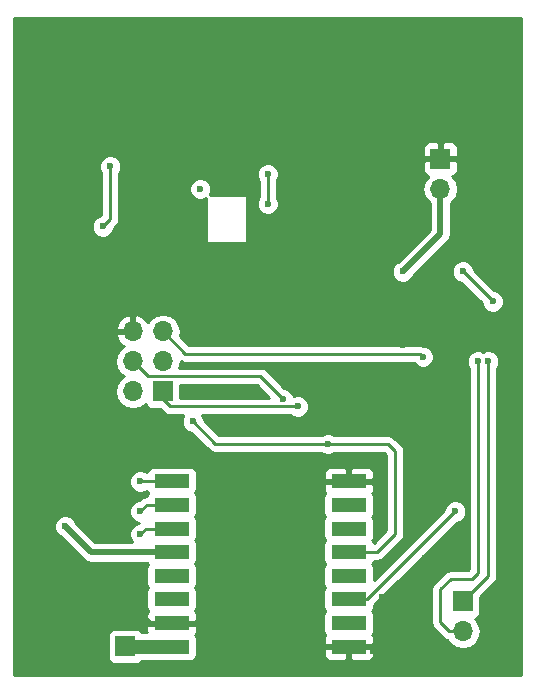
<source format=gbr>
G04 #@! TF.FileFunction,Copper,L2,Bot,Signal*
%FSLAX46Y46*%
G04 Gerber Fmt 4.6, Leading zero omitted, Abs format (unit mm)*
G04 Created by KiCad (PCBNEW 4.0.7-e2-6376~58~ubuntu14.04.1) date Sat Jan 13 14:54:45 2018*
%MOMM*%
%LPD*%
G01*
G04 APERTURE LIST*
%ADD10C,0.100000*%
%ADD11R,3.000000X1.200000*%
%ADD12R,1.700000X1.700000*%
%ADD13O,1.700000X1.700000*%
%ADD14C,0.600000*%
%ADD15C,0.500000*%
%ADD16C,0.250000*%
%ADD17C,1.200000*%
%ADD18C,0.254000*%
G04 APERTURE END LIST*
D10*
D11*
X132595000Y-110475000D03*
X132595000Y-112475000D03*
X132595000Y-114475000D03*
X132595000Y-116475000D03*
X132595000Y-118475000D03*
X132595000Y-120475000D03*
X132595000Y-122475000D03*
X132595000Y-124475000D03*
X117595000Y-124475000D03*
X117595000Y-122475000D03*
X117595000Y-120475000D03*
X117595000Y-118475000D03*
X117595000Y-116475000D03*
X117595000Y-114475000D03*
X117595000Y-112475000D03*
X117595000Y-110475000D03*
D12*
X140335000Y-83185000D03*
D13*
X140335000Y-85725000D03*
D12*
X113665000Y-124460000D03*
X142240000Y-120650000D03*
D13*
X142240000Y-123190000D03*
D12*
X116840000Y-102870000D03*
D13*
X114300000Y-102870000D03*
X116840000Y-100330000D03*
X114300000Y-100330000D03*
X116840000Y-97790000D03*
X114300000Y-97790000D03*
D14*
X137160000Y-92710000D03*
X120015000Y-85725000D03*
X108585000Y-114300000D03*
X117595000Y-116475000D03*
X139319000Y-120523000D03*
X145796000Y-120269000D03*
X145923000Y-110363000D03*
X113792000Y-121793000D03*
X111379000Y-121793000D03*
X111125000Y-123825000D03*
X110744000Y-125984000D03*
X105156000Y-125984000D03*
X105410000Y-80645000D03*
X105410000Y-116840000D03*
X120269000Y-122555000D03*
X116205000Y-126238000D03*
X118745000Y-126111000D03*
X120015000Y-125095000D03*
X130175000Y-104648000D03*
X128524000Y-112395000D03*
X127381000Y-115570000D03*
X129794000Y-110109000D03*
X133858000Y-102489000D03*
X123317000Y-120523000D03*
X123063000Y-113792000D03*
X134620000Y-124841000D03*
X145796000Y-125730000D03*
X142240000Y-116840000D03*
X135382000Y-120269000D03*
X135509000Y-121920000D03*
X135128000Y-117983000D03*
X138176000Y-115062000D03*
X139065000Y-116967000D03*
X146177000Y-72263000D03*
X127762000Y-79756000D03*
X145923000Y-87249000D03*
X142113000Y-90551000D03*
X140081000Y-92329000D03*
X138684000Y-96266000D03*
X110871000Y-75184000D03*
X111125000Y-87630000D03*
X113665000Y-84328000D03*
X113665000Y-87122000D03*
X108204000Y-87757000D03*
X108331000Y-93726000D03*
X113030000Y-92075000D03*
X111125000Y-93980000D03*
X121539000Y-90678000D03*
X121666000Y-92075000D03*
X135255000Y-90297000D03*
X137795000Y-89916000D03*
X138430000Y-87122000D03*
X138303000Y-84455000D03*
X143510000Y-97282000D03*
X141605000Y-100457000D03*
X141859000Y-95758000D03*
X140716000Y-103251000D03*
X137160000Y-102616000D03*
X138938000Y-105029000D03*
X142621000Y-102743000D03*
X146050000Y-102235000D03*
X110490000Y-113538000D03*
X122809000Y-105791000D03*
X126365000Y-100965000D03*
X125730000Y-88519000D03*
X124714000Y-98298000D03*
X125730000Y-96393000D03*
X122809000Y-102743000D03*
X122174000Y-108585000D03*
X108966000Y-116967000D03*
X105283000Y-72263000D03*
X118364000Y-79502000D03*
X123698000Y-72136000D03*
X132080000Y-89662000D03*
X107950000Y-102870000D03*
X135128000Y-110490000D03*
X131953000Y-102616000D03*
X132080000Y-97917000D03*
X137160000Y-98933000D03*
X134239000Y-97790000D03*
X135763000Y-94742000D03*
X134239000Y-94742000D03*
X135001000Y-105918000D03*
X144399000Y-100330000D03*
X143510000Y-100330000D03*
X128270000Y-104140000D03*
X131445000Y-112395000D03*
X119380000Y-105410000D03*
X130810000Y-107315000D03*
X127000000Y-103505000D03*
X131445000Y-114300000D03*
X112395000Y-83820000D03*
X111760000Y-88900000D03*
X138870000Y-99930000D03*
X125730000Y-84455000D03*
X144780000Y-95250000D03*
X142240000Y-92710000D03*
X125730000Y-86995000D03*
X132715000Y-118745000D03*
X141605000Y-113030000D03*
X114935000Y-114935000D03*
X114935000Y-113030000D03*
X114935000Y-110490000D03*
D15*
X140335000Y-85725000D02*
X140335000Y-89535000D01*
X140335000Y-89535000D02*
X137160000Y-92710000D01*
X110760000Y-116475000D02*
X108585000Y-114300000D01*
X117595000Y-116475000D02*
X110760000Y-116475000D01*
D16*
X115871000Y-122475000D02*
X115189000Y-121793000D01*
X115189000Y-121793000D02*
X113792000Y-121793000D01*
X111379000Y-121793000D02*
X111125000Y-122047000D01*
X111125000Y-122047000D02*
X111125000Y-123825000D01*
X110744000Y-125984000D02*
X105156000Y-125984000D01*
X117595000Y-122475000D02*
X115871000Y-122475000D01*
X105410000Y-116840000D02*
X105410000Y-80645000D01*
X120269000Y-122555000D02*
X120269000Y-124841000D01*
X120189000Y-122475000D02*
X120269000Y-122555000D01*
X120015000Y-122475000D02*
X120189000Y-122475000D01*
X118618000Y-126238000D02*
X116205000Y-126238000D01*
X118745000Y-126111000D02*
X118618000Y-126238000D01*
X120269000Y-124841000D02*
X120015000Y-125095000D01*
X130175000Y-104648000D02*
X131699000Y-104648000D01*
X128524000Y-112395000D02*
X128524000Y-111379000D01*
X127381000Y-113538000D02*
X128524000Y-112395000D01*
X123317000Y-120523000D02*
X123317000Y-119634000D01*
X123317000Y-119634000D02*
X127381000Y-115570000D01*
X127381000Y-115570000D02*
X127381000Y-113538000D01*
X128524000Y-111379000D02*
X129794000Y-110109000D01*
X131699000Y-104648000D02*
X133858000Y-102489000D01*
X120730000Y-122475000D02*
X122682000Y-120523000D01*
X122682000Y-120523000D02*
X123317000Y-120523000D01*
X117595000Y-122475000D02*
X120015000Y-122475000D01*
X120015000Y-122475000D02*
X120730000Y-122475000D01*
X134986000Y-124475000D02*
X134620000Y-124841000D01*
X135367000Y-124475000D02*
X134986000Y-124475000D01*
X135382000Y-120269000D02*
X135763000Y-120269000D01*
X135509000Y-120396000D02*
X135382000Y-120269000D01*
X135509000Y-124333000D02*
X135509000Y-121920000D01*
X135367000Y-124475000D02*
X135509000Y-124333000D01*
X135509000Y-121920000D02*
X135509000Y-120396000D01*
X135255000Y-117983000D02*
X135128000Y-117983000D01*
X138176000Y-115062000D02*
X135255000Y-117983000D01*
X135763000Y-120269000D02*
X139065000Y-116967000D01*
X132595000Y-124475000D02*
X135367000Y-124475000D01*
X146177000Y-72263000D02*
X146177000Y-86995000D01*
X140335000Y-79756000D02*
X146177000Y-73914000D01*
X146177000Y-73914000D02*
X146177000Y-72263000D01*
X118364000Y-79502000D02*
X127508000Y-79502000D01*
X127508000Y-79502000D02*
X127762000Y-79756000D01*
X127762000Y-79756000D02*
X140335000Y-79756000D01*
X146177000Y-86995000D02*
X145923000Y-87249000D01*
X142113000Y-90551000D02*
X140335000Y-92329000D01*
X140335000Y-92329000D02*
X140081000Y-92329000D01*
X111125000Y-87630000D02*
X108331000Y-87630000D01*
X113665000Y-87122000D02*
X113665000Y-84328000D01*
X118364000Y-79629000D02*
X113665000Y-84328000D01*
X118364000Y-79502000D02*
X118364000Y-79629000D01*
X108331000Y-87630000D02*
X108204000Y-87757000D01*
X111125000Y-93980000D02*
X108585000Y-93980000D01*
X108585000Y-93980000D02*
X108331000Y-93726000D01*
X111125000Y-93980000D02*
X113030000Y-92075000D01*
X125730000Y-96393000D02*
X125730000Y-96139000D01*
X125730000Y-96139000D02*
X121666000Y-92075000D01*
X138430000Y-84582000D02*
X138430000Y-87122000D01*
X138303000Y-84455000D02*
X138430000Y-84582000D01*
X143510000Y-97282000D02*
X143383000Y-97282000D01*
X141605000Y-99187000D02*
X143510000Y-97282000D01*
X142621000Y-102743000D02*
X142621000Y-101473000D01*
X142621000Y-101473000D02*
X141605000Y-100457000D01*
X141605000Y-100457000D02*
X141605000Y-99187000D01*
X143383000Y-97282000D02*
X141859000Y-95758000D01*
X140716000Y-103251000D02*
X142113000Y-103251000D01*
X137160000Y-102616000D02*
X137160000Y-103251000D01*
X137160000Y-103251000D02*
X138938000Y-105029000D01*
X140716000Y-103251000D02*
X138938000Y-105029000D01*
X142113000Y-103251000D02*
X142621000Y-102743000D01*
X116459000Y-108585000D02*
X116332000Y-108458000D01*
X116332000Y-108458000D02*
X113665000Y-108458000D01*
X113665000Y-108458000D02*
X110490000Y-111633000D01*
X110490000Y-111633000D02*
X110490000Y-113538000D01*
X124714000Y-97409000D02*
X124714000Y-98298000D01*
X125730000Y-96393000D02*
X124714000Y-97409000D01*
X122174000Y-108585000D02*
X116459000Y-108585000D01*
X118364000Y-79502000D02*
X108077000Y-79502000D01*
X105283000Y-76708000D02*
X105283000Y-72263000D01*
X108077000Y-79502000D02*
X105283000Y-76708000D01*
X132595000Y-110475000D02*
X135113000Y-110475000D01*
X135113000Y-110475000D02*
X135128000Y-110490000D01*
X134239000Y-97790000D02*
X132207000Y-97790000D01*
X132207000Y-97790000D02*
X132080000Y-97917000D01*
X134239000Y-97790000D02*
X136017000Y-97790000D01*
X136017000Y-97790000D02*
X137160000Y-98933000D01*
D17*
X117595000Y-124475000D02*
X113680000Y-124475000D01*
D15*
X113680000Y-124475000D02*
X113665000Y-124460000D01*
D16*
X144399000Y-100330000D02*
X144399000Y-118491000D01*
X142240000Y-120650000D02*
X144145000Y-118745000D01*
X144399000Y-118491000D02*
X144145000Y-118745000D01*
X142240000Y-120650000D02*
X142240000Y-120650000D01*
X141097000Y-123190000D02*
X142240000Y-123190000D01*
X140335000Y-122428000D02*
X141097000Y-123190000D01*
X140335000Y-119634000D02*
X140335000Y-122428000D01*
X141224000Y-118745000D02*
X140335000Y-119634000D01*
X143002000Y-118745000D02*
X141224000Y-118745000D01*
X143510000Y-118237000D02*
X143002000Y-118745000D01*
X143510000Y-100330000D02*
X143510000Y-118237000D01*
X116840000Y-103505000D02*
X117475000Y-104140000D01*
X117475000Y-104140000D02*
X128270000Y-104140000D01*
X116840000Y-103505000D02*
X116840000Y-102870000D01*
X131445000Y-112395000D02*
X131525000Y-112475000D01*
D15*
X131525000Y-112475000D02*
X132595000Y-112475000D01*
D16*
X130810000Y-107315000D02*
X121285000Y-107315000D01*
X121285000Y-107315000D02*
X119380000Y-105410000D01*
X130810000Y-107315000D02*
X135890000Y-107315000D01*
X134985000Y-116475000D02*
X132595000Y-116475000D01*
X136525000Y-114935000D02*
X134985000Y-116475000D01*
X136525000Y-107950000D02*
X136525000Y-114935000D01*
X135890000Y-107315000D02*
X136525000Y-107950000D01*
X114300000Y-100330000D02*
X115570000Y-101600000D01*
X125095000Y-101600000D02*
X115570000Y-101600000D01*
X125095000Y-101600000D02*
X127000000Y-103505000D01*
X131445000Y-114300000D02*
X131620000Y-114475000D01*
D15*
X131620000Y-114475000D02*
X132595000Y-114475000D01*
D16*
X112395000Y-88265000D02*
X112395000Y-83820000D01*
X111760000Y-88900000D02*
X112395000Y-88265000D01*
X116840000Y-97790000D02*
X118745000Y-99695000D01*
X138635000Y-99695000D02*
X118745000Y-99695000D01*
X138635000Y-99695000D02*
X138870000Y-99930000D01*
X142240000Y-92710000D02*
X144780000Y-95250000D01*
X125730000Y-84455000D02*
X125730000Y-86995000D01*
X132715000Y-118745000D02*
X132595000Y-118625000D01*
D15*
X132595000Y-118625000D02*
X132595000Y-118475000D01*
D16*
X137795000Y-116840000D02*
X141605000Y-113030000D01*
X134160000Y-120475000D02*
X137795000Y-116840000D01*
X132595000Y-120475000D02*
X134160000Y-120475000D01*
X114935000Y-114935000D02*
X115395000Y-114475000D01*
X115395000Y-114475000D02*
X117595000Y-114475000D01*
X114935000Y-113030000D02*
X115490000Y-112475000D01*
X115490000Y-112475000D02*
X117595000Y-112475000D01*
X114950000Y-110475000D02*
X117595000Y-110475000D01*
X114935000Y-110490000D02*
X114950000Y-110475000D01*
D18*
G36*
X147193000Y-126873000D02*
X104267000Y-126873000D01*
X104267000Y-123610000D01*
X112167560Y-123610000D01*
X112167560Y-125310000D01*
X112211838Y-125545317D01*
X112350910Y-125761441D01*
X112563110Y-125906431D01*
X112815000Y-125957440D01*
X114515000Y-125957440D01*
X114750317Y-125913162D01*
X114966441Y-125774090D01*
X115010232Y-125710000D01*
X116033569Y-125710000D01*
X116095000Y-125722440D01*
X119095000Y-125722440D01*
X119330317Y-125678162D01*
X119546441Y-125539090D01*
X119691431Y-125326890D01*
X119742440Y-125075000D01*
X119742440Y-124760750D01*
X130460000Y-124760750D01*
X130460000Y-125201310D01*
X130556673Y-125434699D01*
X130735302Y-125613327D01*
X130968691Y-125710000D01*
X132309250Y-125710000D01*
X132468000Y-125551250D01*
X132468000Y-124602000D01*
X132722000Y-124602000D01*
X132722000Y-125551250D01*
X132880750Y-125710000D01*
X134221309Y-125710000D01*
X134454698Y-125613327D01*
X134633327Y-125434699D01*
X134730000Y-125201310D01*
X134730000Y-124760750D01*
X134571250Y-124602000D01*
X132722000Y-124602000D01*
X132468000Y-124602000D01*
X130618750Y-124602000D01*
X130460000Y-124760750D01*
X119742440Y-124760750D01*
X119742440Y-123875000D01*
X119698162Y-123639683D01*
X119592518Y-123475508D01*
X119633327Y-123434699D01*
X119730000Y-123201310D01*
X119730000Y-122760750D01*
X119571250Y-122602000D01*
X117722000Y-122602000D01*
X117722000Y-122622000D01*
X117468000Y-122622000D01*
X117468000Y-122602000D01*
X115618750Y-122602000D01*
X115460000Y-122760750D01*
X115460000Y-123201310D01*
X115476026Y-123240000D01*
X115031496Y-123240000D01*
X114979090Y-123158559D01*
X114766890Y-123013569D01*
X114515000Y-122962560D01*
X112815000Y-122962560D01*
X112579683Y-123006838D01*
X112363559Y-123145910D01*
X112218569Y-123358110D01*
X112167560Y-123610000D01*
X104267000Y-123610000D01*
X104267000Y-114485167D01*
X107649838Y-114485167D01*
X107791883Y-114828943D01*
X108054673Y-115092192D01*
X108175986Y-115142566D01*
X110134208Y-117100787D01*
X110134210Y-117100790D01*
X110421325Y-117292633D01*
X110760000Y-117360000D01*
X115523808Y-117360000D01*
X115598759Y-117476477D01*
X115498569Y-117623110D01*
X115447560Y-117875000D01*
X115447560Y-119075000D01*
X115491838Y-119310317D01*
X115598759Y-119476477D01*
X115498569Y-119623110D01*
X115447560Y-119875000D01*
X115447560Y-121075000D01*
X115491838Y-121310317D01*
X115597482Y-121474492D01*
X115556673Y-121515301D01*
X115460000Y-121748690D01*
X115460000Y-122189250D01*
X115618750Y-122348000D01*
X117468000Y-122348000D01*
X117468000Y-122328000D01*
X117722000Y-122328000D01*
X117722000Y-122348000D01*
X119571250Y-122348000D01*
X119730000Y-122189250D01*
X119730000Y-121748690D01*
X119633327Y-121515301D01*
X119591366Y-121473340D01*
X119691431Y-121326890D01*
X119742440Y-121075000D01*
X119742440Y-119875000D01*
X119698162Y-119639683D01*
X119591241Y-119473523D01*
X119691431Y-119326890D01*
X119742440Y-119075000D01*
X119742440Y-117875000D01*
X119698162Y-117639683D01*
X119591241Y-117473523D01*
X119691431Y-117326890D01*
X119742440Y-117075000D01*
X119742440Y-115875000D01*
X119698162Y-115639683D01*
X119591241Y-115473523D01*
X119691431Y-115326890D01*
X119742440Y-115075000D01*
X119742440Y-113875000D01*
X119698162Y-113639683D01*
X119591241Y-113473523D01*
X119691431Y-113326890D01*
X119742440Y-113075000D01*
X119742440Y-111875000D01*
X119698162Y-111639683D01*
X119591241Y-111473523D01*
X119691431Y-111326890D01*
X119742440Y-111075000D01*
X119742440Y-109875000D01*
X119718674Y-109748690D01*
X130460000Y-109748690D01*
X130460000Y-110189250D01*
X130618750Y-110348000D01*
X132468000Y-110348000D01*
X132468000Y-109398750D01*
X132722000Y-109398750D01*
X132722000Y-110348000D01*
X134571250Y-110348000D01*
X134730000Y-110189250D01*
X134730000Y-109748690D01*
X134633327Y-109515301D01*
X134454698Y-109336673D01*
X134221309Y-109240000D01*
X132880750Y-109240000D01*
X132722000Y-109398750D01*
X132468000Y-109398750D01*
X132309250Y-109240000D01*
X130968691Y-109240000D01*
X130735302Y-109336673D01*
X130556673Y-109515301D01*
X130460000Y-109748690D01*
X119718674Y-109748690D01*
X119698162Y-109639683D01*
X119559090Y-109423559D01*
X119346890Y-109278569D01*
X119095000Y-109227560D01*
X116095000Y-109227560D01*
X115859683Y-109271838D01*
X115643559Y-109410910D01*
X115498569Y-109623110D01*
X115480387Y-109712894D01*
X115465327Y-109697808D01*
X115121799Y-109555162D01*
X114749833Y-109554838D01*
X114406057Y-109696883D01*
X114142808Y-109959673D01*
X114000162Y-110303201D01*
X113999838Y-110675167D01*
X114141883Y-111018943D01*
X114404673Y-111282192D01*
X114748201Y-111424838D01*
X115120167Y-111425162D01*
X115463943Y-111283117D01*
X115483118Y-111263975D01*
X115491838Y-111310317D01*
X115598759Y-111476477D01*
X115498569Y-111623110D01*
X115479539Y-111717081D01*
X115199161Y-111772852D01*
X114952599Y-111937599D01*
X114795320Y-112094878D01*
X114749833Y-112094838D01*
X114406057Y-112236883D01*
X114142808Y-112499673D01*
X114000162Y-112843201D01*
X113999838Y-113215167D01*
X114141883Y-113558943D01*
X114404673Y-113822192D01*
X114748201Y-113964838D01*
X114830288Y-113964910D01*
X114795320Y-113999878D01*
X114749833Y-113999838D01*
X114406057Y-114141883D01*
X114142808Y-114404673D01*
X114000162Y-114748201D01*
X113999838Y-115120167D01*
X114141883Y-115463943D01*
X114267720Y-115590000D01*
X111126579Y-115590000D01*
X109427744Y-113891164D01*
X109378117Y-113771057D01*
X109115327Y-113507808D01*
X108771799Y-113365162D01*
X108399833Y-113364838D01*
X108056057Y-113506883D01*
X107792808Y-113769673D01*
X107650162Y-114113201D01*
X107649838Y-114485167D01*
X104267000Y-114485167D01*
X104267000Y-100330000D01*
X112785907Y-100330000D01*
X112898946Y-100898285D01*
X113220853Y-101380054D01*
X113550026Y-101600000D01*
X113220853Y-101819946D01*
X112898946Y-102301715D01*
X112785907Y-102870000D01*
X112898946Y-103438285D01*
X113220853Y-103920054D01*
X113702622Y-104241961D01*
X114270907Y-104355000D01*
X114329093Y-104355000D01*
X114897378Y-104241961D01*
X115379147Y-103920054D01*
X115379971Y-103918821D01*
X115386838Y-103955317D01*
X115525910Y-104171441D01*
X115738110Y-104316431D01*
X115990000Y-104367440D01*
X116627638Y-104367440D01*
X116937599Y-104677401D01*
X117184161Y-104842148D01*
X117475000Y-104900000D01*
X118579367Y-104900000D01*
X118445162Y-105223201D01*
X118444838Y-105595167D01*
X118586883Y-105938943D01*
X118849673Y-106202192D01*
X119193201Y-106344838D01*
X119240077Y-106344879D01*
X120747599Y-107852401D01*
X120994161Y-108017148D01*
X121285000Y-108075000D01*
X130247537Y-108075000D01*
X130279673Y-108107192D01*
X130623201Y-108249838D01*
X130995167Y-108250162D01*
X131338943Y-108108117D01*
X131372118Y-108075000D01*
X135575198Y-108075000D01*
X135765000Y-108264802D01*
X135765000Y-114620198D01*
X134705661Y-115679537D01*
X134698162Y-115639683D01*
X134591241Y-115473523D01*
X134691431Y-115326890D01*
X134742440Y-115075000D01*
X134742440Y-113875000D01*
X134698162Y-113639683D01*
X134591241Y-113473523D01*
X134691431Y-113326890D01*
X134742440Y-113075000D01*
X134742440Y-111875000D01*
X134698162Y-111639683D01*
X134592518Y-111475508D01*
X134633327Y-111434699D01*
X134730000Y-111201310D01*
X134730000Y-110760750D01*
X134571250Y-110602000D01*
X132722000Y-110602000D01*
X132722000Y-110622000D01*
X132468000Y-110622000D01*
X132468000Y-110602000D01*
X130618750Y-110602000D01*
X130460000Y-110760750D01*
X130460000Y-111201310D01*
X130556673Y-111434699D01*
X130598634Y-111476660D01*
X130498569Y-111623110D01*
X130447560Y-111875000D01*
X130447560Y-113075000D01*
X130491838Y-113310317D01*
X130598759Y-113476477D01*
X130498569Y-113623110D01*
X130447560Y-113875000D01*
X130447560Y-115075000D01*
X130491838Y-115310317D01*
X130598759Y-115476477D01*
X130498569Y-115623110D01*
X130447560Y-115875000D01*
X130447560Y-117075000D01*
X130491838Y-117310317D01*
X130598759Y-117476477D01*
X130498569Y-117623110D01*
X130447560Y-117875000D01*
X130447560Y-119075000D01*
X130491838Y-119310317D01*
X130598759Y-119476477D01*
X130498569Y-119623110D01*
X130447560Y-119875000D01*
X130447560Y-121075000D01*
X130491838Y-121310317D01*
X130598759Y-121476477D01*
X130498569Y-121623110D01*
X130447560Y-121875000D01*
X130447560Y-123075000D01*
X130491838Y-123310317D01*
X130597482Y-123474492D01*
X130556673Y-123515301D01*
X130460000Y-123748690D01*
X130460000Y-124189250D01*
X130618750Y-124348000D01*
X132468000Y-124348000D01*
X132468000Y-124328000D01*
X132722000Y-124328000D01*
X132722000Y-124348000D01*
X134571250Y-124348000D01*
X134730000Y-124189250D01*
X134730000Y-123748690D01*
X134633327Y-123515301D01*
X134591366Y-123473340D01*
X134691431Y-123326890D01*
X134742440Y-123075000D01*
X134742440Y-121875000D01*
X134698162Y-121639683D01*
X134591241Y-121473523D01*
X134691431Y-121326890D01*
X134742440Y-121075000D01*
X134742440Y-120967362D01*
X136075802Y-119634000D01*
X139575000Y-119634000D01*
X139575000Y-122428000D01*
X139632852Y-122718839D01*
X139797599Y-122965401D01*
X140559599Y-123727401D01*
X140806161Y-123892148D01*
X140947126Y-123920188D01*
X141160853Y-124240054D01*
X141642622Y-124561961D01*
X142210907Y-124675000D01*
X142269093Y-124675000D01*
X142837378Y-124561961D01*
X143319147Y-124240054D01*
X143641054Y-123758285D01*
X143754093Y-123190000D01*
X143641054Y-122621715D01*
X143319147Y-122139946D01*
X143277548Y-122112150D01*
X143325317Y-122103162D01*
X143541441Y-121964090D01*
X143686431Y-121751890D01*
X143737440Y-121500000D01*
X143737440Y-120227362D01*
X144936401Y-119028401D01*
X145101148Y-118781840D01*
X145159000Y-118491000D01*
X145159000Y-100892463D01*
X145191192Y-100860327D01*
X145333838Y-100516799D01*
X145334162Y-100144833D01*
X145192117Y-99801057D01*
X144929327Y-99537808D01*
X144585799Y-99395162D01*
X144213833Y-99394838D01*
X143954286Y-99502080D01*
X143696799Y-99395162D01*
X143324833Y-99394838D01*
X142981057Y-99536883D01*
X142717808Y-99799673D01*
X142575162Y-100143201D01*
X142574838Y-100515167D01*
X142716883Y-100858943D01*
X142750000Y-100892118D01*
X142750000Y-117922198D01*
X142687198Y-117985000D01*
X141224000Y-117985000D01*
X140933161Y-118042852D01*
X140686599Y-118207599D01*
X139797599Y-119096599D01*
X139632852Y-119343161D01*
X139575000Y-119634000D01*
X136075802Y-119634000D01*
X141744680Y-113965122D01*
X141790167Y-113965162D01*
X142133943Y-113823117D01*
X142397192Y-113560327D01*
X142539838Y-113216799D01*
X142540162Y-112844833D01*
X142398117Y-112501057D01*
X142135327Y-112237808D01*
X141791799Y-112095162D01*
X141419833Y-112094838D01*
X141076057Y-112236883D01*
X140812808Y-112499673D01*
X140670162Y-112843201D01*
X140670121Y-112890077D01*
X134742440Y-118817758D01*
X134742440Y-117875000D01*
X134698162Y-117639683D01*
X134591241Y-117473523D01*
X134691431Y-117326890D01*
X134710039Y-117235000D01*
X134985000Y-117235000D01*
X135275839Y-117177148D01*
X135522401Y-117012401D01*
X137062401Y-115472401D01*
X137227148Y-115225839D01*
X137285000Y-114935000D01*
X137285000Y-107950000D01*
X137227148Y-107659161D01*
X137062401Y-107412599D01*
X136427401Y-106777599D01*
X136180839Y-106612852D01*
X135890000Y-106555000D01*
X131372463Y-106555000D01*
X131340327Y-106522808D01*
X130996799Y-106380162D01*
X130624833Y-106379838D01*
X130281057Y-106521883D01*
X130247882Y-106555000D01*
X121599802Y-106555000D01*
X120315122Y-105270320D01*
X120315162Y-105224833D01*
X120180944Y-104900000D01*
X127707537Y-104900000D01*
X127739673Y-104932192D01*
X128083201Y-105074838D01*
X128455167Y-105075162D01*
X128798943Y-104933117D01*
X129062192Y-104670327D01*
X129204838Y-104326799D01*
X129205162Y-103954833D01*
X129063117Y-103611057D01*
X128800327Y-103347808D01*
X128456799Y-103205162D01*
X128084833Y-103204838D01*
X127916403Y-103274432D01*
X127793117Y-102976057D01*
X127530327Y-102712808D01*
X127186799Y-102570162D01*
X127139923Y-102570121D01*
X125632401Y-101062599D01*
X125385839Y-100897852D01*
X125095000Y-100840000D01*
X118252648Y-100840000D01*
X118354043Y-100330251D01*
X118454161Y-100397148D01*
X118745000Y-100455000D01*
X138075254Y-100455000D01*
X138076883Y-100458943D01*
X138339673Y-100722192D01*
X138683201Y-100864838D01*
X139055167Y-100865162D01*
X139398943Y-100723117D01*
X139662192Y-100460327D01*
X139804838Y-100116799D01*
X139805162Y-99744833D01*
X139663117Y-99401057D01*
X139400327Y-99137808D01*
X139056799Y-98995162D01*
X138929130Y-98995051D01*
X138925839Y-98992852D01*
X138635000Y-98935000D01*
X119059802Y-98935000D01*
X118281210Y-98156408D01*
X118354093Y-97790000D01*
X118241054Y-97221715D01*
X117919147Y-96739946D01*
X117437378Y-96418039D01*
X116869093Y-96305000D01*
X116810907Y-96305000D01*
X116242622Y-96418039D01*
X115760853Y-96739946D01*
X115571655Y-97023101D01*
X115571645Y-97023076D01*
X115181358Y-96594817D01*
X114656892Y-96348514D01*
X114427000Y-96469181D01*
X114427000Y-97663000D01*
X114447000Y-97663000D01*
X114447000Y-97917000D01*
X114427000Y-97917000D01*
X114427000Y-97937000D01*
X114173000Y-97937000D01*
X114173000Y-97917000D01*
X112979845Y-97917000D01*
X112858524Y-98146890D01*
X113028355Y-98556924D01*
X113418642Y-98985183D01*
X113561553Y-99052298D01*
X113220853Y-99279946D01*
X112898946Y-99761715D01*
X112785907Y-100330000D01*
X104267000Y-100330000D01*
X104267000Y-97433110D01*
X112858524Y-97433110D01*
X112979845Y-97663000D01*
X114173000Y-97663000D01*
X114173000Y-96469181D01*
X113943108Y-96348514D01*
X113418642Y-96594817D01*
X113028355Y-97023076D01*
X112858524Y-97433110D01*
X104267000Y-97433110D01*
X104267000Y-92895167D01*
X136224838Y-92895167D01*
X136366883Y-93238943D01*
X136629673Y-93502192D01*
X136973201Y-93644838D01*
X137345167Y-93645162D01*
X137688943Y-93503117D01*
X137952192Y-93240327D01*
X138002566Y-93119014D01*
X138226412Y-92895167D01*
X141304838Y-92895167D01*
X141446883Y-93238943D01*
X141709673Y-93502192D01*
X142053201Y-93644838D01*
X142100077Y-93644879D01*
X143844878Y-95389680D01*
X143844838Y-95435167D01*
X143986883Y-95778943D01*
X144249673Y-96042192D01*
X144593201Y-96184838D01*
X144965167Y-96185162D01*
X145308943Y-96043117D01*
X145572192Y-95780327D01*
X145714838Y-95436799D01*
X145715162Y-95064833D01*
X145573117Y-94721057D01*
X145310327Y-94457808D01*
X144966799Y-94315162D01*
X144919923Y-94315121D01*
X143175122Y-92570320D01*
X143175162Y-92524833D01*
X143033117Y-92181057D01*
X142770327Y-91917808D01*
X142426799Y-91775162D01*
X142054833Y-91774838D01*
X141711057Y-91916883D01*
X141447808Y-92179673D01*
X141305162Y-92523201D01*
X141304838Y-92895167D01*
X138226412Y-92895167D01*
X140960787Y-90160792D01*
X140960790Y-90160790D01*
X141152633Y-89873675D01*
X141163810Y-89817484D01*
X141220001Y-89535000D01*
X141220000Y-89534995D01*
X141220000Y-86904779D01*
X141414147Y-86775054D01*
X141736054Y-86293285D01*
X141849093Y-85725000D01*
X141736054Y-85156715D01*
X141414147Y-84674946D01*
X141370223Y-84645597D01*
X141544698Y-84573327D01*
X141723327Y-84394699D01*
X141820000Y-84161310D01*
X141820000Y-83470750D01*
X141661250Y-83312000D01*
X140462000Y-83312000D01*
X140462000Y-83332000D01*
X140208000Y-83332000D01*
X140208000Y-83312000D01*
X139008750Y-83312000D01*
X138850000Y-83470750D01*
X138850000Y-84161310D01*
X138946673Y-84394699D01*
X139125302Y-84573327D01*
X139299777Y-84645597D01*
X139255853Y-84674946D01*
X138933946Y-85156715D01*
X138820907Y-85725000D01*
X138933946Y-86293285D01*
X139255853Y-86775054D01*
X139450000Y-86904779D01*
X139450000Y-89168421D01*
X136751164Y-91867256D01*
X136631057Y-91916883D01*
X136367808Y-92179673D01*
X136225162Y-92523201D01*
X136224838Y-92895167D01*
X104267000Y-92895167D01*
X104267000Y-89085167D01*
X110824838Y-89085167D01*
X110966883Y-89428943D01*
X111229673Y-89692192D01*
X111573201Y-89834838D01*
X111945167Y-89835162D01*
X112288943Y-89693117D01*
X112552192Y-89430327D01*
X112694838Y-89086799D01*
X112694879Y-89039923D01*
X112932401Y-88802401D01*
X113097148Y-88555839D01*
X113155000Y-88265000D01*
X113155000Y-85910167D01*
X119079838Y-85910167D01*
X119221883Y-86253943D01*
X119484673Y-86517192D01*
X119828201Y-86659838D01*
X120200167Y-86660162D01*
X120523000Y-86526770D01*
X120523000Y-90170000D01*
X120531685Y-90216159D01*
X120558965Y-90258553D01*
X120600590Y-90286994D01*
X120650000Y-90297000D01*
X123825000Y-90297000D01*
X123871159Y-90288315D01*
X123913553Y-90261035D01*
X123941994Y-90219410D01*
X123952000Y-90170000D01*
X123952000Y-86360000D01*
X123943315Y-86313841D01*
X123916035Y-86271447D01*
X123874410Y-86243006D01*
X123825000Y-86233000D01*
X120816463Y-86233000D01*
X120949838Y-85911799D01*
X120950162Y-85539833D01*
X120808117Y-85196057D01*
X120545327Y-84932808D01*
X120201799Y-84790162D01*
X119829833Y-84789838D01*
X119486057Y-84931883D01*
X119222808Y-85194673D01*
X119080162Y-85538201D01*
X119079838Y-85910167D01*
X113155000Y-85910167D01*
X113155000Y-84640167D01*
X124794838Y-84640167D01*
X124936883Y-84983943D01*
X124970000Y-85017118D01*
X124970000Y-86432537D01*
X124937808Y-86464673D01*
X124795162Y-86808201D01*
X124794838Y-87180167D01*
X124936883Y-87523943D01*
X125199673Y-87787192D01*
X125543201Y-87929838D01*
X125915167Y-87930162D01*
X126258943Y-87788117D01*
X126522192Y-87525327D01*
X126664838Y-87181799D01*
X126665162Y-86809833D01*
X126523117Y-86466057D01*
X126490000Y-86432882D01*
X126490000Y-85017463D01*
X126522192Y-84985327D01*
X126664838Y-84641799D01*
X126665162Y-84269833D01*
X126523117Y-83926057D01*
X126260327Y-83662808D01*
X125916799Y-83520162D01*
X125544833Y-83519838D01*
X125201057Y-83661883D01*
X124937808Y-83924673D01*
X124795162Y-84268201D01*
X124794838Y-84640167D01*
X113155000Y-84640167D01*
X113155000Y-84382463D01*
X113187192Y-84350327D01*
X113329838Y-84006799D01*
X113330162Y-83634833D01*
X113188117Y-83291057D01*
X112925327Y-83027808D01*
X112581799Y-82885162D01*
X112209833Y-82884838D01*
X111866057Y-83026883D01*
X111602808Y-83289673D01*
X111460162Y-83633201D01*
X111459838Y-84005167D01*
X111601883Y-84348943D01*
X111635000Y-84382118D01*
X111635000Y-87950198D01*
X111620320Y-87964878D01*
X111574833Y-87964838D01*
X111231057Y-88106883D01*
X110967808Y-88369673D01*
X110825162Y-88713201D01*
X110824838Y-89085167D01*
X104267000Y-89085167D01*
X104267000Y-82208690D01*
X138850000Y-82208690D01*
X138850000Y-82899250D01*
X139008750Y-83058000D01*
X140208000Y-83058000D01*
X140208000Y-81858750D01*
X140462000Y-81858750D01*
X140462000Y-83058000D01*
X141661250Y-83058000D01*
X141820000Y-82899250D01*
X141820000Y-82208690D01*
X141723327Y-81975301D01*
X141544698Y-81796673D01*
X141311309Y-81700000D01*
X140620750Y-81700000D01*
X140462000Y-81858750D01*
X140208000Y-81858750D01*
X140049250Y-81700000D01*
X139358691Y-81700000D01*
X139125302Y-81796673D01*
X138946673Y-81975301D01*
X138850000Y-82208690D01*
X104267000Y-82208690D01*
X104267000Y-71247000D01*
X147193000Y-71247000D01*
X147193000Y-126873000D01*
X147193000Y-126873000D01*
G37*
X147193000Y-126873000D02*
X104267000Y-126873000D01*
X104267000Y-123610000D01*
X112167560Y-123610000D01*
X112167560Y-125310000D01*
X112211838Y-125545317D01*
X112350910Y-125761441D01*
X112563110Y-125906431D01*
X112815000Y-125957440D01*
X114515000Y-125957440D01*
X114750317Y-125913162D01*
X114966441Y-125774090D01*
X115010232Y-125710000D01*
X116033569Y-125710000D01*
X116095000Y-125722440D01*
X119095000Y-125722440D01*
X119330317Y-125678162D01*
X119546441Y-125539090D01*
X119691431Y-125326890D01*
X119742440Y-125075000D01*
X119742440Y-124760750D01*
X130460000Y-124760750D01*
X130460000Y-125201310D01*
X130556673Y-125434699D01*
X130735302Y-125613327D01*
X130968691Y-125710000D01*
X132309250Y-125710000D01*
X132468000Y-125551250D01*
X132468000Y-124602000D01*
X132722000Y-124602000D01*
X132722000Y-125551250D01*
X132880750Y-125710000D01*
X134221309Y-125710000D01*
X134454698Y-125613327D01*
X134633327Y-125434699D01*
X134730000Y-125201310D01*
X134730000Y-124760750D01*
X134571250Y-124602000D01*
X132722000Y-124602000D01*
X132468000Y-124602000D01*
X130618750Y-124602000D01*
X130460000Y-124760750D01*
X119742440Y-124760750D01*
X119742440Y-123875000D01*
X119698162Y-123639683D01*
X119592518Y-123475508D01*
X119633327Y-123434699D01*
X119730000Y-123201310D01*
X119730000Y-122760750D01*
X119571250Y-122602000D01*
X117722000Y-122602000D01*
X117722000Y-122622000D01*
X117468000Y-122622000D01*
X117468000Y-122602000D01*
X115618750Y-122602000D01*
X115460000Y-122760750D01*
X115460000Y-123201310D01*
X115476026Y-123240000D01*
X115031496Y-123240000D01*
X114979090Y-123158559D01*
X114766890Y-123013569D01*
X114515000Y-122962560D01*
X112815000Y-122962560D01*
X112579683Y-123006838D01*
X112363559Y-123145910D01*
X112218569Y-123358110D01*
X112167560Y-123610000D01*
X104267000Y-123610000D01*
X104267000Y-114485167D01*
X107649838Y-114485167D01*
X107791883Y-114828943D01*
X108054673Y-115092192D01*
X108175986Y-115142566D01*
X110134208Y-117100787D01*
X110134210Y-117100790D01*
X110421325Y-117292633D01*
X110760000Y-117360000D01*
X115523808Y-117360000D01*
X115598759Y-117476477D01*
X115498569Y-117623110D01*
X115447560Y-117875000D01*
X115447560Y-119075000D01*
X115491838Y-119310317D01*
X115598759Y-119476477D01*
X115498569Y-119623110D01*
X115447560Y-119875000D01*
X115447560Y-121075000D01*
X115491838Y-121310317D01*
X115597482Y-121474492D01*
X115556673Y-121515301D01*
X115460000Y-121748690D01*
X115460000Y-122189250D01*
X115618750Y-122348000D01*
X117468000Y-122348000D01*
X117468000Y-122328000D01*
X117722000Y-122328000D01*
X117722000Y-122348000D01*
X119571250Y-122348000D01*
X119730000Y-122189250D01*
X119730000Y-121748690D01*
X119633327Y-121515301D01*
X119591366Y-121473340D01*
X119691431Y-121326890D01*
X119742440Y-121075000D01*
X119742440Y-119875000D01*
X119698162Y-119639683D01*
X119591241Y-119473523D01*
X119691431Y-119326890D01*
X119742440Y-119075000D01*
X119742440Y-117875000D01*
X119698162Y-117639683D01*
X119591241Y-117473523D01*
X119691431Y-117326890D01*
X119742440Y-117075000D01*
X119742440Y-115875000D01*
X119698162Y-115639683D01*
X119591241Y-115473523D01*
X119691431Y-115326890D01*
X119742440Y-115075000D01*
X119742440Y-113875000D01*
X119698162Y-113639683D01*
X119591241Y-113473523D01*
X119691431Y-113326890D01*
X119742440Y-113075000D01*
X119742440Y-111875000D01*
X119698162Y-111639683D01*
X119591241Y-111473523D01*
X119691431Y-111326890D01*
X119742440Y-111075000D01*
X119742440Y-109875000D01*
X119718674Y-109748690D01*
X130460000Y-109748690D01*
X130460000Y-110189250D01*
X130618750Y-110348000D01*
X132468000Y-110348000D01*
X132468000Y-109398750D01*
X132722000Y-109398750D01*
X132722000Y-110348000D01*
X134571250Y-110348000D01*
X134730000Y-110189250D01*
X134730000Y-109748690D01*
X134633327Y-109515301D01*
X134454698Y-109336673D01*
X134221309Y-109240000D01*
X132880750Y-109240000D01*
X132722000Y-109398750D01*
X132468000Y-109398750D01*
X132309250Y-109240000D01*
X130968691Y-109240000D01*
X130735302Y-109336673D01*
X130556673Y-109515301D01*
X130460000Y-109748690D01*
X119718674Y-109748690D01*
X119698162Y-109639683D01*
X119559090Y-109423559D01*
X119346890Y-109278569D01*
X119095000Y-109227560D01*
X116095000Y-109227560D01*
X115859683Y-109271838D01*
X115643559Y-109410910D01*
X115498569Y-109623110D01*
X115480387Y-109712894D01*
X115465327Y-109697808D01*
X115121799Y-109555162D01*
X114749833Y-109554838D01*
X114406057Y-109696883D01*
X114142808Y-109959673D01*
X114000162Y-110303201D01*
X113999838Y-110675167D01*
X114141883Y-111018943D01*
X114404673Y-111282192D01*
X114748201Y-111424838D01*
X115120167Y-111425162D01*
X115463943Y-111283117D01*
X115483118Y-111263975D01*
X115491838Y-111310317D01*
X115598759Y-111476477D01*
X115498569Y-111623110D01*
X115479539Y-111717081D01*
X115199161Y-111772852D01*
X114952599Y-111937599D01*
X114795320Y-112094878D01*
X114749833Y-112094838D01*
X114406057Y-112236883D01*
X114142808Y-112499673D01*
X114000162Y-112843201D01*
X113999838Y-113215167D01*
X114141883Y-113558943D01*
X114404673Y-113822192D01*
X114748201Y-113964838D01*
X114830288Y-113964910D01*
X114795320Y-113999878D01*
X114749833Y-113999838D01*
X114406057Y-114141883D01*
X114142808Y-114404673D01*
X114000162Y-114748201D01*
X113999838Y-115120167D01*
X114141883Y-115463943D01*
X114267720Y-115590000D01*
X111126579Y-115590000D01*
X109427744Y-113891164D01*
X109378117Y-113771057D01*
X109115327Y-113507808D01*
X108771799Y-113365162D01*
X108399833Y-113364838D01*
X108056057Y-113506883D01*
X107792808Y-113769673D01*
X107650162Y-114113201D01*
X107649838Y-114485167D01*
X104267000Y-114485167D01*
X104267000Y-100330000D01*
X112785907Y-100330000D01*
X112898946Y-100898285D01*
X113220853Y-101380054D01*
X113550026Y-101600000D01*
X113220853Y-101819946D01*
X112898946Y-102301715D01*
X112785907Y-102870000D01*
X112898946Y-103438285D01*
X113220853Y-103920054D01*
X113702622Y-104241961D01*
X114270907Y-104355000D01*
X114329093Y-104355000D01*
X114897378Y-104241961D01*
X115379147Y-103920054D01*
X115379971Y-103918821D01*
X115386838Y-103955317D01*
X115525910Y-104171441D01*
X115738110Y-104316431D01*
X115990000Y-104367440D01*
X116627638Y-104367440D01*
X116937599Y-104677401D01*
X117184161Y-104842148D01*
X117475000Y-104900000D01*
X118579367Y-104900000D01*
X118445162Y-105223201D01*
X118444838Y-105595167D01*
X118586883Y-105938943D01*
X118849673Y-106202192D01*
X119193201Y-106344838D01*
X119240077Y-106344879D01*
X120747599Y-107852401D01*
X120994161Y-108017148D01*
X121285000Y-108075000D01*
X130247537Y-108075000D01*
X130279673Y-108107192D01*
X130623201Y-108249838D01*
X130995167Y-108250162D01*
X131338943Y-108108117D01*
X131372118Y-108075000D01*
X135575198Y-108075000D01*
X135765000Y-108264802D01*
X135765000Y-114620198D01*
X134705661Y-115679537D01*
X134698162Y-115639683D01*
X134591241Y-115473523D01*
X134691431Y-115326890D01*
X134742440Y-115075000D01*
X134742440Y-113875000D01*
X134698162Y-113639683D01*
X134591241Y-113473523D01*
X134691431Y-113326890D01*
X134742440Y-113075000D01*
X134742440Y-111875000D01*
X134698162Y-111639683D01*
X134592518Y-111475508D01*
X134633327Y-111434699D01*
X134730000Y-111201310D01*
X134730000Y-110760750D01*
X134571250Y-110602000D01*
X132722000Y-110602000D01*
X132722000Y-110622000D01*
X132468000Y-110622000D01*
X132468000Y-110602000D01*
X130618750Y-110602000D01*
X130460000Y-110760750D01*
X130460000Y-111201310D01*
X130556673Y-111434699D01*
X130598634Y-111476660D01*
X130498569Y-111623110D01*
X130447560Y-111875000D01*
X130447560Y-113075000D01*
X130491838Y-113310317D01*
X130598759Y-113476477D01*
X130498569Y-113623110D01*
X130447560Y-113875000D01*
X130447560Y-115075000D01*
X130491838Y-115310317D01*
X130598759Y-115476477D01*
X130498569Y-115623110D01*
X130447560Y-115875000D01*
X130447560Y-117075000D01*
X130491838Y-117310317D01*
X130598759Y-117476477D01*
X130498569Y-117623110D01*
X130447560Y-117875000D01*
X130447560Y-119075000D01*
X130491838Y-119310317D01*
X130598759Y-119476477D01*
X130498569Y-119623110D01*
X130447560Y-119875000D01*
X130447560Y-121075000D01*
X130491838Y-121310317D01*
X130598759Y-121476477D01*
X130498569Y-121623110D01*
X130447560Y-121875000D01*
X130447560Y-123075000D01*
X130491838Y-123310317D01*
X130597482Y-123474492D01*
X130556673Y-123515301D01*
X130460000Y-123748690D01*
X130460000Y-124189250D01*
X130618750Y-124348000D01*
X132468000Y-124348000D01*
X132468000Y-124328000D01*
X132722000Y-124328000D01*
X132722000Y-124348000D01*
X134571250Y-124348000D01*
X134730000Y-124189250D01*
X134730000Y-123748690D01*
X134633327Y-123515301D01*
X134591366Y-123473340D01*
X134691431Y-123326890D01*
X134742440Y-123075000D01*
X134742440Y-121875000D01*
X134698162Y-121639683D01*
X134591241Y-121473523D01*
X134691431Y-121326890D01*
X134742440Y-121075000D01*
X134742440Y-120967362D01*
X136075802Y-119634000D01*
X139575000Y-119634000D01*
X139575000Y-122428000D01*
X139632852Y-122718839D01*
X139797599Y-122965401D01*
X140559599Y-123727401D01*
X140806161Y-123892148D01*
X140947126Y-123920188D01*
X141160853Y-124240054D01*
X141642622Y-124561961D01*
X142210907Y-124675000D01*
X142269093Y-124675000D01*
X142837378Y-124561961D01*
X143319147Y-124240054D01*
X143641054Y-123758285D01*
X143754093Y-123190000D01*
X143641054Y-122621715D01*
X143319147Y-122139946D01*
X143277548Y-122112150D01*
X143325317Y-122103162D01*
X143541441Y-121964090D01*
X143686431Y-121751890D01*
X143737440Y-121500000D01*
X143737440Y-120227362D01*
X144936401Y-119028401D01*
X145101148Y-118781840D01*
X145159000Y-118491000D01*
X145159000Y-100892463D01*
X145191192Y-100860327D01*
X145333838Y-100516799D01*
X145334162Y-100144833D01*
X145192117Y-99801057D01*
X144929327Y-99537808D01*
X144585799Y-99395162D01*
X144213833Y-99394838D01*
X143954286Y-99502080D01*
X143696799Y-99395162D01*
X143324833Y-99394838D01*
X142981057Y-99536883D01*
X142717808Y-99799673D01*
X142575162Y-100143201D01*
X142574838Y-100515167D01*
X142716883Y-100858943D01*
X142750000Y-100892118D01*
X142750000Y-117922198D01*
X142687198Y-117985000D01*
X141224000Y-117985000D01*
X140933161Y-118042852D01*
X140686599Y-118207599D01*
X139797599Y-119096599D01*
X139632852Y-119343161D01*
X139575000Y-119634000D01*
X136075802Y-119634000D01*
X141744680Y-113965122D01*
X141790167Y-113965162D01*
X142133943Y-113823117D01*
X142397192Y-113560327D01*
X142539838Y-113216799D01*
X142540162Y-112844833D01*
X142398117Y-112501057D01*
X142135327Y-112237808D01*
X141791799Y-112095162D01*
X141419833Y-112094838D01*
X141076057Y-112236883D01*
X140812808Y-112499673D01*
X140670162Y-112843201D01*
X140670121Y-112890077D01*
X134742440Y-118817758D01*
X134742440Y-117875000D01*
X134698162Y-117639683D01*
X134591241Y-117473523D01*
X134691431Y-117326890D01*
X134710039Y-117235000D01*
X134985000Y-117235000D01*
X135275839Y-117177148D01*
X135522401Y-117012401D01*
X137062401Y-115472401D01*
X137227148Y-115225839D01*
X137285000Y-114935000D01*
X137285000Y-107950000D01*
X137227148Y-107659161D01*
X137062401Y-107412599D01*
X136427401Y-106777599D01*
X136180839Y-106612852D01*
X135890000Y-106555000D01*
X131372463Y-106555000D01*
X131340327Y-106522808D01*
X130996799Y-106380162D01*
X130624833Y-106379838D01*
X130281057Y-106521883D01*
X130247882Y-106555000D01*
X121599802Y-106555000D01*
X120315122Y-105270320D01*
X120315162Y-105224833D01*
X120180944Y-104900000D01*
X127707537Y-104900000D01*
X127739673Y-104932192D01*
X128083201Y-105074838D01*
X128455167Y-105075162D01*
X128798943Y-104933117D01*
X129062192Y-104670327D01*
X129204838Y-104326799D01*
X129205162Y-103954833D01*
X129063117Y-103611057D01*
X128800327Y-103347808D01*
X128456799Y-103205162D01*
X128084833Y-103204838D01*
X127916403Y-103274432D01*
X127793117Y-102976057D01*
X127530327Y-102712808D01*
X127186799Y-102570162D01*
X127139923Y-102570121D01*
X125632401Y-101062599D01*
X125385839Y-100897852D01*
X125095000Y-100840000D01*
X118252648Y-100840000D01*
X118354043Y-100330251D01*
X118454161Y-100397148D01*
X118745000Y-100455000D01*
X138075254Y-100455000D01*
X138076883Y-100458943D01*
X138339673Y-100722192D01*
X138683201Y-100864838D01*
X139055167Y-100865162D01*
X139398943Y-100723117D01*
X139662192Y-100460327D01*
X139804838Y-100116799D01*
X139805162Y-99744833D01*
X139663117Y-99401057D01*
X139400327Y-99137808D01*
X139056799Y-98995162D01*
X138929130Y-98995051D01*
X138925839Y-98992852D01*
X138635000Y-98935000D01*
X119059802Y-98935000D01*
X118281210Y-98156408D01*
X118354093Y-97790000D01*
X118241054Y-97221715D01*
X117919147Y-96739946D01*
X117437378Y-96418039D01*
X116869093Y-96305000D01*
X116810907Y-96305000D01*
X116242622Y-96418039D01*
X115760853Y-96739946D01*
X115571655Y-97023101D01*
X115571645Y-97023076D01*
X115181358Y-96594817D01*
X114656892Y-96348514D01*
X114427000Y-96469181D01*
X114427000Y-97663000D01*
X114447000Y-97663000D01*
X114447000Y-97917000D01*
X114427000Y-97917000D01*
X114427000Y-97937000D01*
X114173000Y-97937000D01*
X114173000Y-97917000D01*
X112979845Y-97917000D01*
X112858524Y-98146890D01*
X113028355Y-98556924D01*
X113418642Y-98985183D01*
X113561553Y-99052298D01*
X113220853Y-99279946D01*
X112898946Y-99761715D01*
X112785907Y-100330000D01*
X104267000Y-100330000D01*
X104267000Y-97433110D01*
X112858524Y-97433110D01*
X112979845Y-97663000D01*
X114173000Y-97663000D01*
X114173000Y-96469181D01*
X113943108Y-96348514D01*
X113418642Y-96594817D01*
X113028355Y-97023076D01*
X112858524Y-97433110D01*
X104267000Y-97433110D01*
X104267000Y-92895167D01*
X136224838Y-92895167D01*
X136366883Y-93238943D01*
X136629673Y-93502192D01*
X136973201Y-93644838D01*
X137345167Y-93645162D01*
X137688943Y-93503117D01*
X137952192Y-93240327D01*
X138002566Y-93119014D01*
X138226412Y-92895167D01*
X141304838Y-92895167D01*
X141446883Y-93238943D01*
X141709673Y-93502192D01*
X142053201Y-93644838D01*
X142100077Y-93644879D01*
X143844878Y-95389680D01*
X143844838Y-95435167D01*
X143986883Y-95778943D01*
X144249673Y-96042192D01*
X144593201Y-96184838D01*
X144965167Y-96185162D01*
X145308943Y-96043117D01*
X145572192Y-95780327D01*
X145714838Y-95436799D01*
X145715162Y-95064833D01*
X145573117Y-94721057D01*
X145310327Y-94457808D01*
X144966799Y-94315162D01*
X144919923Y-94315121D01*
X143175122Y-92570320D01*
X143175162Y-92524833D01*
X143033117Y-92181057D01*
X142770327Y-91917808D01*
X142426799Y-91775162D01*
X142054833Y-91774838D01*
X141711057Y-91916883D01*
X141447808Y-92179673D01*
X141305162Y-92523201D01*
X141304838Y-92895167D01*
X138226412Y-92895167D01*
X140960787Y-90160792D01*
X140960790Y-90160790D01*
X141152633Y-89873675D01*
X141163810Y-89817484D01*
X141220001Y-89535000D01*
X141220000Y-89534995D01*
X141220000Y-86904779D01*
X141414147Y-86775054D01*
X141736054Y-86293285D01*
X141849093Y-85725000D01*
X141736054Y-85156715D01*
X141414147Y-84674946D01*
X141370223Y-84645597D01*
X141544698Y-84573327D01*
X141723327Y-84394699D01*
X141820000Y-84161310D01*
X141820000Y-83470750D01*
X141661250Y-83312000D01*
X140462000Y-83312000D01*
X140462000Y-83332000D01*
X140208000Y-83332000D01*
X140208000Y-83312000D01*
X139008750Y-83312000D01*
X138850000Y-83470750D01*
X138850000Y-84161310D01*
X138946673Y-84394699D01*
X139125302Y-84573327D01*
X139299777Y-84645597D01*
X139255853Y-84674946D01*
X138933946Y-85156715D01*
X138820907Y-85725000D01*
X138933946Y-86293285D01*
X139255853Y-86775054D01*
X139450000Y-86904779D01*
X139450000Y-89168421D01*
X136751164Y-91867256D01*
X136631057Y-91916883D01*
X136367808Y-92179673D01*
X136225162Y-92523201D01*
X136224838Y-92895167D01*
X104267000Y-92895167D01*
X104267000Y-89085167D01*
X110824838Y-89085167D01*
X110966883Y-89428943D01*
X111229673Y-89692192D01*
X111573201Y-89834838D01*
X111945167Y-89835162D01*
X112288943Y-89693117D01*
X112552192Y-89430327D01*
X112694838Y-89086799D01*
X112694879Y-89039923D01*
X112932401Y-88802401D01*
X113097148Y-88555839D01*
X113155000Y-88265000D01*
X113155000Y-85910167D01*
X119079838Y-85910167D01*
X119221883Y-86253943D01*
X119484673Y-86517192D01*
X119828201Y-86659838D01*
X120200167Y-86660162D01*
X120523000Y-86526770D01*
X120523000Y-90170000D01*
X120531685Y-90216159D01*
X120558965Y-90258553D01*
X120600590Y-90286994D01*
X120650000Y-90297000D01*
X123825000Y-90297000D01*
X123871159Y-90288315D01*
X123913553Y-90261035D01*
X123941994Y-90219410D01*
X123952000Y-90170000D01*
X123952000Y-86360000D01*
X123943315Y-86313841D01*
X123916035Y-86271447D01*
X123874410Y-86243006D01*
X123825000Y-86233000D01*
X120816463Y-86233000D01*
X120949838Y-85911799D01*
X120950162Y-85539833D01*
X120808117Y-85196057D01*
X120545327Y-84932808D01*
X120201799Y-84790162D01*
X119829833Y-84789838D01*
X119486057Y-84931883D01*
X119222808Y-85194673D01*
X119080162Y-85538201D01*
X119079838Y-85910167D01*
X113155000Y-85910167D01*
X113155000Y-84640167D01*
X124794838Y-84640167D01*
X124936883Y-84983943D01*
X124970000Y-85017118D01*
X124970000Y-86432537D01*
X124937808Y-86464673D01*
X124795162Y-86808201D01*
X124794838Y-87180167D01*
X124936883Y-87523943D01*
X125199673Y-87787192D01*
X125543201Y-87929838D01*
X125915167Y-87930162D01*
X126258943Y-87788117D01*
X126522192Y-87525327D01*
X126664838Y-87181799D01*
X126665162Y-86809833D01*
X126523117Y-86466057D01*
X126490000Y-86432882D01*
X126490000Y-85017463D01*
X126522192Y-84985327D01*
X126664838Y-84641799D01*
X126665162Y-84269833D01*
X126523117Y-83926057D01*
X126260327Y-83662808D01*
X125916799Y-83520162D01*
X125544833Y-83519838D01*
X125201057Y-83661883D01*
X124937808Y-83924673D01*
X124795162Y-84268201D01*
X124794838Y-84640167D01*
X113155000Y-84640167D01*
X113155000Y-84382463D01*
X113187192Y-84350327D01*
X113329838Y-84006799D01*
X113330162Y-83634833D01*
X113188117Y-83291057D01*
X112925327Y-83027808D01*
X112581799Y-82885162D01*
X112209833Y-82884838D01*
X111866057Y-83026883D01*
X111602808Y-83289673D01*
X111460162Y-83633201D01*
X111459838Y-84005167D01*
X111601883Y-84348943D01*
X111635000Y-84382118D01*
X111635000Y-87950198D01*
X111620320Y-87964878D01*
X111574833Y-87964838D01*
X111231057Y-88106883D01*
X110967808Y-88369673D01*
X110825162Y-88713201D01*
X110824838Y-89085167D01*
X104267000Y-89085167D01*
X104267000Y-82208690D01*
X138850000Y-82208690D01*
X138850000Y-82899250D01*
X139008750Y-83058000D01*
X140208000Y-83058000D01*
X140208000Y-81858750D01*
X140462000Y-81858750D01*
X140462000Y-83058000D01*
X141661250Y-83058000D01*
X141820000Y-82899250D01*
X141820000Y-82208690D01*
X141723327Y-81975301D01*
X141544698Y-81796673D01*
X141311309Y-81700000D01*
X140620750Y-81700000D01*
X140462000Y-81858750D01*
X140208000Y-81858750D01*
X140049250Y-81700000D01*
X139358691Y-81700000D01*
X139125302Y-81796673D01*
X138946673Y-81975301D01*
X138850000Y-82208690D01*
X104267000Y-82208690D01*
X104267000Y-71247000D01*
X147193000Y-71247000D01*
X147193000Y-126873000D01*
G36*
X125800198Y-103380000D02*
X118337440Y-103380000D01*
X118337440Y-102360000D01*
X124780198Y-102360000D01*
X125800198Y-103380000D01*
X125800198Y-103380000D01*
G37*
X125800198Y-103380000D02*
X118337440Y-103380000D01*
X118337440Y-102360000D01*
X124780198Y-102360000D01*
X125800198Y-103380000D01*
M02*

</source>
